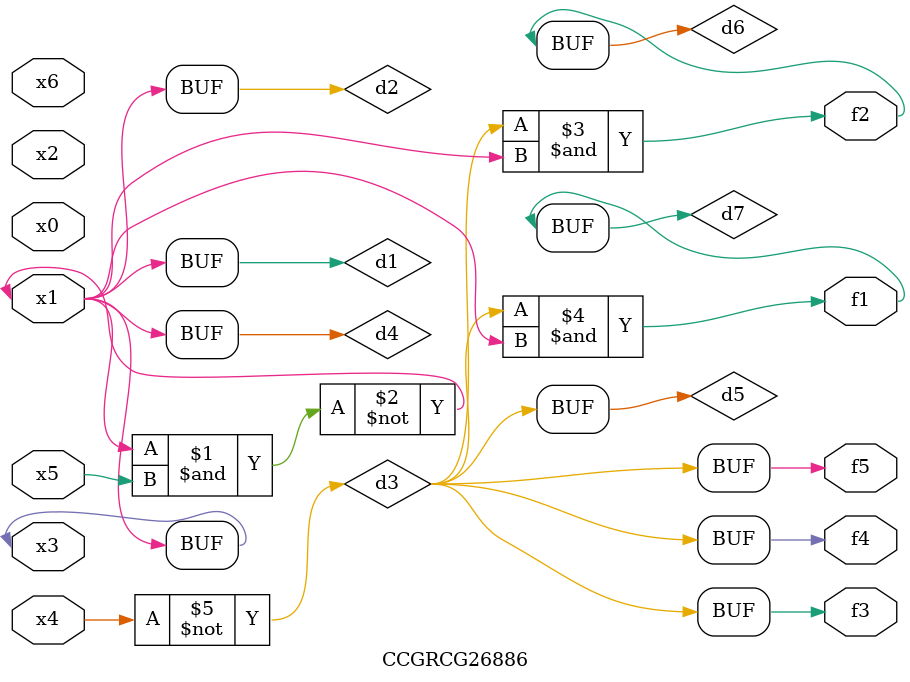
<source format=v>
module CCGRCG26886(
	input x0, x1, x2, x3, x4, x5, x6,
	output f1, f2, f3, f4, f5
);

	wire d1, d2, d3, d4, d5, d6, d7;

	buf (d1, x1, x3);
	nand (d2, x1, x5);
	not (d3, x4);
	buf (d4, d1, d2);
	buf (d5, d3);
	and (d6, d3, d4);
	and (d7, d3, d4);
	assign f1 = d7;
	assign f2 = d6;
	assign f3 = d5;
	assign f4 = d5;
	assign f5 = d5;
endmodule

</source>
